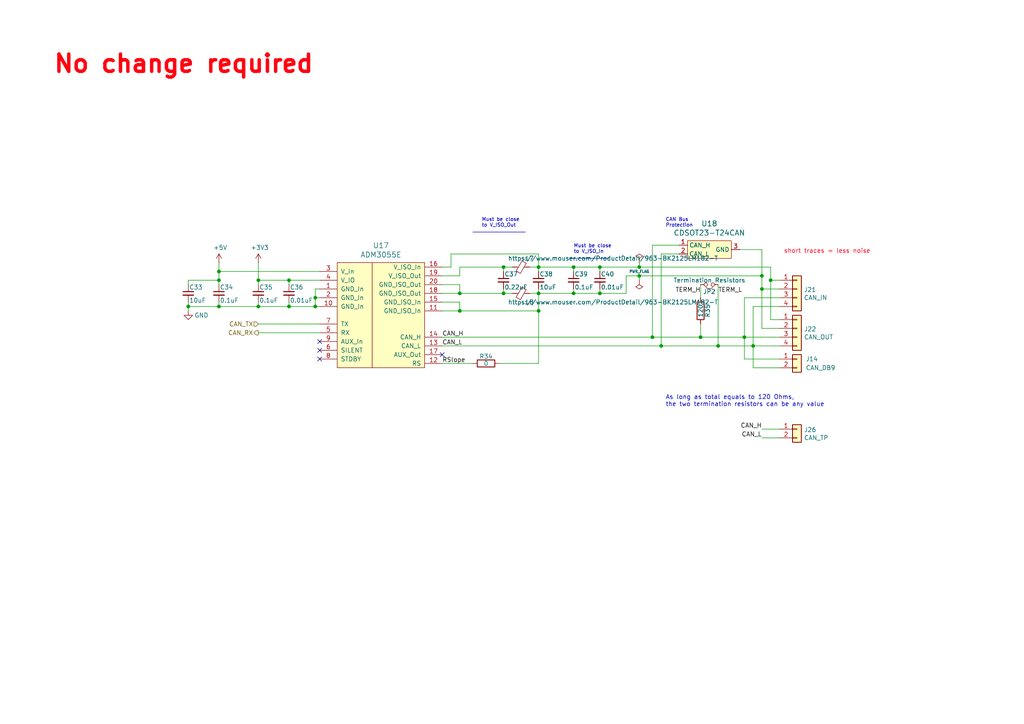
<source format=kicad_sch>
(kicad_sch (version 20231120) (generator "eeschema") (generator_version "8.0")
  (paper "A4")
  (lib_symbols
    (symbol "Connector_Generic:Conn_01x02" (pin_names (offset 1.016) hide)
      (property "Reference" "J" (at 0 2.54 0))
      (property "Value" "Conn_01x02" (at 0 -5.08 0))
      (symbol "Conn_01x02_1_1"
        (rectangle (start -1.27 -2.413) (end 0 -2.667) (stroke (width 0.1524)))
        (rectangle (start -1.27 0.127) (end 0 -0.127) (stroke (width 0.1524)))
        (rectangle (start -1.27 1.27) (end 1.27 -3.81) (stroke (width 0.254)) (fill (type background)))
        (pin passive line (at -5.08 0 0) (length 3.81) (name "Pin_1") (number "1"))
        (pin passive line (at -5.08 -2.54 0) (length 3.81) (name "Pin_2") (number "2"))
      )
    )
    (symbol "Connector_Generic:Conn_01x04" (pin_names (offset 1.016) hide)
      (property "Reference" "J" (at 0 5.08 0))
      (property "Value" "Conn_01x04" (at 0 -7.62 0))
      (symbol "Conn_01x04_1_1"
        (rectangle (start -1.27 -4.953) (end 0 -5.207) (stroke (width 0.1524)))
        (rectangle (start -1.27 -2.413) (end 0 -2.667) (stroke (width 0.1524)))
        (rectangle (start -1.27 0.127) (end 0 -0.127) (stroke (width 0.1524)))
        (rectangle (start -1.27 2.667) (end 0 2.413) (stroke (width 0.1524)))
        (rectangle (start -1.27 3.81) (end 1.27 -6.35) (stroke (width 0.254)) (fill (type background)))
        (pin passive line (at -5.08 2.54 0) (length 3.81) (name "Pin_1") (number "1"))
        (pin passive line (at -5.08 0 0) (length 3.81) (name "Pin_2") (number "2"))
        (pin passive line (at -5.08 -2.54 0) (length 3.81) (name "Pin_3") (number "3"))
        (pin passive line (at -5.08 -5.08 0) (length 3.81) (name "Pin_4") (number "4"))
      )
    )
    (symbol "Dashboard-rescue:ADM3055E-utsvt-chips" (pin_names (offset 1.016))
      (property "Reference" "U" (at 0 16.51 0))
      (property "Value" "ADM3055E-utsvt-chips" (at 5.08 -2.54 0))
      (symbol "ADM3055E-utsvt-chips_0_1"
        (rectangle (start -12.7 15.24) (end 12.7 -15.24) (fill (type background)))
        (polyline (pts (xy -2.54 15.24) (xy -2.54 -15.24)))
      )
      (symbol "ADM3055E-utsvt-chips_1_1"
        (pin power_in line (at -17.78 7.62 0) (length 5.08) (name "GND_In") (number "1"))
        (pin power_in line (at -17.78 2.54 0) (length 5.08) (name "GND_In") (number "10"))
        (pin power_in line (at 17.78 1.27 180) (length 5.08) (name "GND_ISO_In") (number "11"))
        (pin input line (at 17.78 -13.97 180) (length 5.08) (name "RS") (number "12"))
        (pin bidirectional line (at 17.78 -8.89 180) (length 5.08) (name "CAN_L") (number "13"))
        (pin bidirectional line (at 17.78 -6.35 180) (length 5.08) (name "CAN_H") (number "14"))
        (pin power_in line (at 17.78 3.81 180) (length 5.08) (name "GND_ISO_In") (number "15"))
        (pin power_in line (at 17.78 13.97 180) (length 5.08) (name "V_ISO_In") (number "16"))
        (pin output line (at 17.78 -11.43 180) (length 5.08) (name "AUX_Out") (number "17"))
        (pin power_out line (at 17.78 6.35 180) (length 5.08) (name "GND_ISO_Out") (number "18"))
        (pin power_out line (at 17.78 11.43 180) (length 5.08) (name "V_ISO_Out") (number "19"))
        (pin power_in line (at -17.78 5.08 0) (length 5.08) (name "GND_In") (number "2"))
        (pin power_out line (at 17.78 8.89 180) (length 5.08) (name "GND_ISO_Out") (number "20"))
        (pin power_in line (at -17.78 12.7 0) (length 5.08) (name "V_In") (number "3"))
        (pin power_in line (at -17.78 10.16 0) (length 5.08) (name "V_IO") (number "4"))
        (pin output line (at -17.78 -5.08 0) (length 5.08) (name "RX") (number "5"))
        (pin input line (at -17.78 -10.16 0) (length 5.08) (name "SILENT") (number "6"))
        (pin input line (at -17.78 -2.54 0) (length 5.08) (name "TX") (number "7"))
        (pin input line (at -17.78 -12.7 0) (length 5.08) (name "STDBY") (number "8"))
        (pin input line (at -17.78 -7.62 0) (length 5.08) (name "AUX_In") (number "9"))
      )
    )
    (symbol "Dashboard-rescue:CDSOT23-T24CAN-utsvt-chips"
      (property "Reference" "U" (at 0 -3.81 0))
      (property "Value" "CDSOT23-T24CAN-utsvt-chips" (at 0 3.81 0))
      (symbol "CDSOT23-T24CAN-utsvt-chips_0_1"
        (rectangle (start 6.35 2.54) (end -6.35 -2.54) (fill (type background)))
      )
      (symbol "CDSOT23-T24CAN-utsvt-chips_1_1"
        (pin passive line (at -8.89 1.27 0) (length 2.54) (name "CAN_H") (number "1"))
        (pin passive line (at -8.89 -1.27 0) (length 2.54) (name "CAN_L") (number "2"))
        (pin passive line (at 8.89 0 180) (length 2.54) (name "GND") (number "3"))
      )
    )
    (symbol "Device:C_Small" (pin_numbers hide) (pin_names (offset 0.254) hide)
      (property "Reference" "C" (at 0.254 1.778 0))
      (property "Value" "C_Small" (at 0.254 -2.032 0))
      (symbol "C_Small_0_1"
        (polyline (pts (xy -1.524 -0.508) (xy 1.524 -0.508)) (stroke (width 0.3302)))
        (polyline (pts (xy -1.524 0.508) (xy 1.524 0.508)) (stroke (width 0.3048)))
      )
      (symbol "C_Small_1_1"
        (pin passive line (at 0 2.54 270) (length 2.032) (name "~") (number "1"))
        (pin passive line (at 0 -2.54 90) (length 2.032) (name "~") (number "2"))
      )
    )
    (symbol "Device:Ferrite_Bead_Small" (pin_numbers hide) (pin_names (offset 0))
      (property "Reference" "FB" (at 1.905 1.27 0))
      (property "Value" "Device_Ferrite_Bead_Small" (at 1.905 -1.27 0))
      (symbol "Ferrite_Bead_Small_0_1"
        (polyline (pts (xy 0 -1.27) (xy 0 -0.7874)))
        (polyline (pts (xy 0 0.889) (xy 0 1.2954)))
        (polyline (pts (xy -1.8288 0.2794) (xy -1.1176 1.4986) (xy 1.8288 -0.2032) (xy 1.1176 -1.4224) (xy -1.8288 0.2794)))
      )
      (symbol "Ferrite_Bead_Small_1_1"
        (pin passive line (at 0 2.54 270) (length 1.27) (name "~") (number "1"))
        (pin passive line (at 0 -2.54 90) (length 1.27) (name "~") (number "2"))
      )
    )
    (symbol "Device:Jumper_NC_Small" (pin_numbers hide) (pin_names (offset 0.762) hide)
      (property "Reference" "JP" (at 0 2.032 0))
      (property "Value" "Device_Jumper_NC_Small" (at 0.254 -1.524 0))
      (symbol "Jumper_NC_Small_0_1"
        (circle (center -1.016 0) (radius 0.508))
        (circle (center 1.016 0) (radius 0.508))
        (arc (start 1.016 0.762) (mid 0 1.1828) (end -1.016 0.762))
        (pin passive line (at -2.54 0 0) (length 1.016) (name "1") (number "1"))
        (pin passive line (at 2.54 0 180) (length 1.016) (name "2") (number "2"))
      )
    )
    (symbol "Device:R" (pin_numbers hide) (pin_names (offset 0))
      (property "Reference" "R" (at 2.032 0 90))
      (property "Value" "R" (at 0 0 90))
      (symbol "R_0_1"
        (rectangle (start -1.016 -2.54) (end 1.016 2.54) (stroke (width 0.254)))
      )
      (symbol "R_1_1"
        (pin passive line (at 0 3.81 270) (length 1.27) (name "~") (number "1"))
        (pin passive line (at 0 -3.81 90) (length 1.27) (name "~") (number "2"))
      )
    )
    (symbol "power:+3.3V" (power) (pin_numbers hide) (pin_names (offset 0) hide)
      (property "Value" "+3.3V" (at 0 3.556 0))
      (symbol "+3.3V_0_1"
        (polyline (pts (xy -0.762 1.27) (xy 0 2.54)))
        (polyline (pts (xy 0 0) (xy 0 2.54)))
        (polyline (pts (xy 0 2.54) (xy 0.762 1.27)))
      )
      (symbol "+3.3V_1_1"
        (pin power_in line (at 0 0 90) (length 0) (name "~") (number "1"))
      )
    )
    (symbol "power:+5V" (power) (pin_numbers hide) (pin_names (offset 0) hide)
      (property "Value" "+5V" (at 0 3.556 0))
      (symbol "+5V_0_1"
        (polyline (pts (xy -0.762 1.27) (xy 0 2.54)))
        (polyline (pts (xy 0 0) (xy 0 2.54)))
        (polyline (pts (xy 0 2.54) (xy 0.762 1.27)))
      )
      (symbol "+5V_1_1"
        (pin power_in line (at 0 0 90) (length 0) (name "~") (number "1"))
      )
    )
    (symbol "power:GND" (power) (pin_numbers hide) (pin_names (offset 0) hide)
      (property "Value" "GND" (at 0 -3.81 0))
      (symbol "GND_0_1"
        (polyline (pts (xy 0 0) (xy 0 -1.27) (xy 1.27 -1.27) (xy 0 -2.54) (xy -1.27 -1.27) (xy 0 -1.27)))
      )
      (symbol "GND_1_1"
        (pin power_in line (at 0 0 270) (length 0) (name "~") (number "1"))
      )
    )
    (symbol "power:PWR_FLAG" (power) (pin_numbers hide) (pin_names (offset 0) hide)
      (property "Value" "PWR_FLAG" (at 0 3.81 0))
      (symbol "PWR_FLAG_0_0"
        (pin power_out line (at 0 0 90) (length 0) (name "~") (number "1"))
      )
      (symbol "PWR_FLAG_0_1"
        (polyline (pts (xy 0 0) (xy 0 1.27) (xy -1.016 1.905) (xy 0 2.54) (xy 1.016 1.905) (xy 0 1.27)))
      )
    )
  )
  (junction (at 74.93 88.9))
  (junction (at 173.99 77.47))
  (junction (at 189.23 97.79))
  (junction (at 220.98 80.01))
  (junction (at 63.5 78.74))
  (junction (at 208.28 100.33))
  (junction (at 215.9 97.79))
  (junction (at 156.21 77.47))
  (junction (at 203.2 97.79))
  (junction (at 63.5 81.28))
  (junction (at 191.77 100.33))
  (junction (at 185.42 80.01))
  (junction (at 83.82 88.9))
  (junction (at 166.37 85.09))
  (junction (at 74.93 81.28))
  (junction (at 133.35 85.09))
  (junction (at 133.35 90.17))
  (junction (at 156.21 85.09))
  (junction (at 220.98 83.82))
  (junction (at 146.05 77.47))
  (junction (at 166.37 77.47))
  (junction (at 63.5 88.9))
  (junction (at 83.82 81.28))
  (junction (at 185.42 77.47))
  (junction (at 218.44 100.33))
  (junction (at 91.44 86.36))
  (junction (at 146.05 85.09))
  (junction (at 156.21 90.17))
  (junction (at 54.61 88.9))
  (junction (at 173.99 85.09))
  (junction (at 223.52 81.28))
  (junction (at 91.44 88.9))
  (no_connect (at 92.71 101.6))
  (no_connect (at 92.71 99.06))
  (no_connect (at 92.71 104.14))
  (no_connect (at 128.27 102.87))
  (wire (pts (xy 133.35 82.55) (xy 128.27 82.55)))
  (wire (pts (xy 218.44 106.68) (xy 226.06 106.68)))
  (wire (pts (xy 133.35 77.47) (xy 146.05 77.47)))
  (wire (pts (xy 191.77 100.33) (xy 208.28 100.33)))
  (wire (pts (xy 74.93 88.9) (xy 83.82 88.9)))
  (wire (pts (xy 130.81 73.66) (xy 130.81 77.47)))
  (wire (pts (xy 133.35 90.17) (xy 156.21 90.17)))
  (wire (pts (xy 128.27 85.09) (xy 133.35 85.09)))
  (wire (pts (xy 203.2 97.79) (xy 215.9 97.79)))
  (wire (pts (xy 133.35 82.55) (xy 133.35 85.09)))
  (wire (pts (xy 173.99 85.09) (xy 181.61 85.09)))
  (wire (pts (xy 189.23 71.12) (xy 189.23 97.79)))
  (wire (pts (xy 196.85 73.66) (xy 191.77 73.66)))
  (wire (pts (xy 83.82 88.9) (xy 83.82 87.63)))
  (wire (pts (xy 223.52 92.71) (xy 226.06 92.71)))
  (wire (pts (xy 223.52 81.28) (xy 223.52 92.71)))
  (wire (pts (xy 133.35 80.01) (xy 128.27 80.01)))
  (wire (pts (xy 133.35 87.63) (xy 128.27 87.63)))
  (wire (pts (xy 203.2 97.79) (xy 203.2 93.98)))
  (wire (pts (xy 63.5 88.9) (xy 74.93 88.9)))
  (wire (pts (xy 214.63 72.39) (xy 220.98 72.39)))
  (wire (pts (xy 146.05 85.09) (xy 148.59 85.09)))
  (wire (pts (xy 220.98 95.25) (xy 226.06 95.25)))
  (wire (pts (xy 54.61 88.9) (xy 63.5 88.9)))
  (wire (pts (xy 54.61 90.17) (xy 54.61 88.9)))
  (wire (pts (xy 208.28 82.55) (xy 208.28 100.33)))
  (wire (pts (xy 83.82 81.28) (xy 83.82 82.55)))
  (wire (pts (xy 173.99 78.74) (xy 173.99 77.47)))
  (wire (pts (xy 181.61 80.01) (xy 185.42 80.01)))
  (wire (pts (xy 189.23 97.79) (xy 203.2 97.79)))
  (wire (pts (xy 83.82 88.9) (xy 91.44 88.9)))
  (wire (pts (xy 185.42 80.01) (xy 220.98 80.01)))
  (wire (pts (xy 156.21 83.82) (xy 156.21 85.09)))
  (wire (pts (xy 91.44 86.36) (xy 92.71 86.36)))
  (wire (pts (xy 156.21 77.47) (xy 156.21 78.74)))
  (wire (pts (xy 226.06 88.9) (xy 218.44 88.9)))
  (wire (pts (xy 156.21 85.09) (xy 166.37 85.09)))
  (wire (pts (xy 226.06 86.36) (xy 215.9 86.36)))
  (wire (pts (xy 74.93 96.52) (xy 92.71 96.52)))
  (wire (pts (xy 83.82 81.28) (xy 92.71 81.28)))
  (wire (pts (xy 226.06 83.82) (xy 220.98 83.82)))
  (wire (pts (xy 63.5 78.74) (xy 92.71 78.74)))
  (wire (pts (xy 173.99 83.82) (xy 173.99 85.09)))
  (wire (pts (xy 215.9 104.14) (xy 226.06 104.14)))
  (wire (pts (xy 153.67 85.09) (xy 156.21 85.09)))
  (wire (pts (xy 133.35 87.63) (xy 133.35 90.17)))
  (wire (pts (xy 166.37 78.74) (xy 166.37 77.47)))
  (wire (pts (xy 137.16 105.41) (xy 128.27 105.41)))
  (wire (pts (xy 203.2 82.55) (xy 203.2 86.36)))
  (polyline (pts (xy 137.16 67.31) (xy 152.4 67.31)))
  (wire (pts (xy 130.81 77.47) (xy 128.27 77.47)))
  (wire (pts (xy 153.67 77.47) (xy 156.21 77.47)))
  (wire (pts (xy 218.44 100.33) (xy 218.44 106.68)))
  (wire (pts (xy 226.06 81.28) (xy 223.52 81.28)))
  (wire (pts (xy 74.93 93.98) (xy 92.71 93.98)))
  (wire (pts (xy 74.93 76.2) (xy 74.93 81.28)))
  (wire (pts (xy 226.06 127) (xy 220.98 127)))
  (wire (pts (xy 156.21 105.41) (xy 156.21 90.17)))
  (wire (pts (xy 166.37 85.09) (xy 173.99 85.09)))
  (wire (pts (xy 166.37 83.82) (xy 166.37 85.09)))
  (wire (pts (xy 91.44 83.82) (xy 91.44 86.36)))
  (wire (pts (xy 133.35 77.47) (xy 133.35 80.01)))
  (wire (pts (xy 181.61 85.09) (xy 181.61 80.01)))
  (wire (pts (xy 185.42 81.28) (xy 185.42 80.01)))
  (wire (pts (xy 54.61 88.9) (xy 54.61 87.63)))
  (wire (pts (xy 54.61 81.28) (xy 63.5 81.28)))
  (wire (pts (xy 220.98 83.82) (xy 220.98 95.25)))
  (wire (pts (xy 215.9 86.36) (xy 215.9 97.79)))
  (wire (pts (xy 185.42 77.47) (xy 223.52 77.47)))
  (wire (pts (xy 146.05 78.74) (xy 146.05 77.47)))
  (wire (pts (xy 63.5 76.2) (xy 63.5 78.74)))
  (wire (pts (xy 144.78 105.41) (xy 156.21 105.41)))
  (polyline (pts (xy 165.1 74.93) (xy 176.53 74.93)))
  (wire (pts (xy 166.37 77.47) (xy 173.99 77.47)))
  (wire (pts (xy 63.5 78.74) (xy 63.5 81.28)))
  (wire (pts (xy 54.61 81.28) (xy 54.61 82.55)))
  (wire (pts (xy 223.52 77.47) (xy 223.52 81.28)))
  (wire (pts (xy 218.44 100.33) (xy 226.06 100.33)))
  (wire (pts (xy 74.93 87.63) (xy 74.93 88.9)))
  (wire (pts (xy 63.5 81.28) (xy 63.5 82.55)))
  (wire (pts (xy 91.44 86.36) (xy 91.44 88.9)))
  (wire (pts (xy 128.27 97.79) (xy 189.23 97.79)))
  (wire (pts (xy 91.44 88.9) (xy 92.71 88.9)))
  (wire (pts (xy 185.42 77.47) (xy 185.42 76.2)))
  (wire (pts (xy 130.81 73.66) (xy 156.21 73.66)))
  (wire (pts (xy 128.27 90.17) (xy 133.35 90.17)))
  (wire (pts (xy 191.77 73.66) (xy 191.77 100.33)))
  (wire (pts (xy 156.21 77.47) (xy 166.37 77.47)))
  (wire (pts (xy 92.71 83.82) (xy 91.44 83.82)))
  (wire (pts (xy 146.05 77.47) (xy 148.59 77.47)))
  (wire (pts (xy 196.85 71.12) (xy 189.23 71.12)))
  (wire (pts (xy 220.98 72.39) (xy 220.98 80.01)))
  (wire (pts (xy 215.9 97.79) (xy 215.9 104.14)))
  (wire (pts (xy 173.99 77.47) (xy 185.42 77.47)))
  (wire (pts (xy 74.93 82.55) (xy 74.93 81.28)))
  (wire (pts (xy 133.35 85.09) (xy 146.05 85.09)))
  (wire (pts (xy 218.44 88.9) (xy 218.44 100.33)))
  (wire (pts (xy 220.98 80.01) (xy 220.98 83.82)))
  (wire (pts (xy 74.93 81.28) (xy 83.82 81.28)))
  (wire (pts (xy 156.21 73.66) (xy 156.21 77.47)))
  (wire (pts (xy 215.9 97.79) (xy 226.06 97.79)))
  (wire (pts (xy 63.5 87.63) (xy 63.5 88.9)))
  (wire (pts (xy 156.21 85.09) (xy 156.21 90.17)))
  (wire (pts (xy 146.05 85.09) (xy 146.05 83.82)))
  (wire (pts (xy 128.27 100.33) (xy 191.77 100.33)))
  (wire (pts (xy 226.06 124.46) (xy 220.98 124.46)))
  (wire (pts (xy 208.28 100.33) (xy 218.44 100.33)))
  (text "short traces = less noise" (at 227.33 73.66 0) (effects (font (size 1.27 1.27)) (justify left bottom)))
  (text "CAN Bus\nProtection" (at 193.04 66.04 0) (effects (font (size 1.016 1.016)) (justify left bottom)))
  (text "As long as total equals to 120 Ohms,\nthe two termination resistors can be any value" (at 193.04 118.11 0) (effects (font (size 1.27 1.27)) (justify left bottom)))
  (text "Must be close\nto V_ISO_Out" (at 139.7 66.04 0) (effects (font (size 1.016 1.016)) (justify left bottom)))
  (text "Must be close\nto V_ISO_In" (at 166.37 73.66 0) (effects (font (size 1.016 1.016)) (justify left bottom)))
  (text "No change required\n" (at 15.24 21.59 0) (effects (font (size 5 5) (thickness 1) (bold yes)) (justify left bottom)))
  (label "TERM_L" (at 208.28 85.09 0))
  (label "CAN_H" (at 128.27 97.79 0))
  (label "CAN_L" (at 128.27 100.33 0))
  (label "TERM_H" (at 203.2 85.09 180))
  (label "CAN_L" (at 220.98 127 180))
  (label "RSlope" (at 128.27 105.41 0))
  (label "CAN_H" (at 220.98 124.46 180))
  (hierarchical_label "CAN_TX" (shape input) (at 74.93 93.98 180))
  (hierarchical_label "CAN_RX" (shape output) (at 74.93 96.52 180))
  (symbol (lib_id "power:GND") (at 54.61 90.17 0) (unit 1)
    (property "Reference" "#PWR098" (effects (hide yes)))
    (property "Value" "GND" (at 58.42 91.44 0))
    (property "Description" "Power symbol creates a global label with name \"GND\" , ground" (effects (hide yes)))
  )
  (symbol (lib_id "Device:R") (at 203.2 90.17 0) (unit 1)
    (property "Reference" "R35" (at 205.232 90.17 90))
    (property "Value" "120" (at 203.2 90.17 90))
    (property "Footprint" "Resistor_SMD:R_0805_2012Metric" (effects (hide yes)))
    (property "Datasheet" "https://www.mouser.com/ProductDetail/71-CRCW0805120RFKEA" (effects (hide yes)))
    (property "Description" "Resistor" (effects (hide yes)))
    (property "Mouser Part Number" "CRCW0805120RFKEA" (effects (hide yes)))
  )
  (symbol (lib_id "Device:Jumper_NC_Small") (at 205.74 82.55 180) (unit 1)
    (property "Reference" "JP2" (at 205.74 84.582 0))
    (property "Value" "Termination Resistors" (at 205.74 81.28 0))
    (property "Footprint" "Connector_PinHeader_2.54mm:PinHeader_1x02_P2.54mm_Vertical" (effects (hide yes)))
  )
  (symbol (lib_id "Device:C_Small") (at 54.61 85.09 0) (unit 1)
    (property "Reference" "C33" (at 54.864 83.312 0) (effects (justify left)))
    (property "Value" "10uF" (at 54.864 87.122 0) (effects (justify left)))
    (property "Footprint" "Capacitor_SMD:C_0805_2012Metric" (effects (hide yes)))
    (property "Datasheet" "https://www.mouser.com/ProductDetail/TAIYO-YUDEN/TMK212BBJ106MGHT?qs=sGAEpiMZZMsh%252B1woXyUXj6Ion9DcW8uk%2FCsbgn7gICc%3D" (effects (hide yes)))
    (property "Description" "Unpolarized capacitor, small symbol" (effects (hide yes)))
    (property "Mouser Part Number" "963-TMK212BBJ106MGHT" (effects (hide yes)))
  )
  (symbol (lib_id "Device:C_Small") (at 63.5 85.09 0) (unit 1)
    (property "Reference" "C34" (at 63.754 83.312 0) (effects (justify left)))
    (property "Value" "0.1uF" (at 63.754 87.122 0) (effects (justify left)))
    (property "Footprint" "Capacitor_SMD:C_0805_2012Metric" (effects (hide yes)))
    (property "Datasheet" "https://www.mouser.com/ProductDetail/KEMET/C0805C104M5RACTU?qs=VOOUd%252Bza08qHu13WgNByHQ%3D%3D" (effects (hide yes)))
    (property "Description" "Unpolarized capacitor, small symbol" (effects (hide yes)))
    (property "Mouser Part Number" "80-C0805C104M5R" (effects (hide yes)))
  )
  (symbol (lib_id "Device:C_Small") (at 74.93 85.09 0) (unit 1)
    (property "Reference" "C35" (at 75.184 83.312 0) (effects (justify left)))
    (property "Value" "0.1uF" (at 75.184 87.122 0) (effects (justify left)))
    (property "Footprint" "Capacitor_SMD:C_0805_2012Metric" (effects (hide yes)))
    (property "Datasheet" "https://www.mouser.com/ProductDetail/KEMET/C0805C104M5RACTU?qs=VOOUd%252Bza08qHu13WgNByHQ%3D%3D" (effects (hide yes)))
    (property "Description" "Unpolarized capacitor, small symbol" (effects (hide yes)))
    (property "Mouser Part Number" "80-C0805C104M5R" (effects (hide yes)))
  )
  (symbol (lib_id "Device:C_Small") (at 83.82 85.09 0) (unit 1)
    (property "Reference" "C36" (at 84.074 83.312 0) (effects (justify left)))
    (property "Value" "0.01uF" (at 84.074 87.122 0) (effects (justify left)))
    (property "Footprint" "Capacitor_SMD:C_0805_2012Metric" (effects (hide yes)))
    (property "Datasheet" "https://www.mouser.com/ProductDetail/KEMET/C0805C103J5RACTU?qs=Onq5MIl0ZjiJ615hCkQQ7A%3D%3D" (effects (hide yes)))
    (property "Description" "Unpolarized capacitor, small symbol" (effects (hide yes)))
    (property "Mouser Part Number" "C0805C103J5RACTU" (effects (hide yes)))
  )
  (symbol (lib_id "Device:C_Small") (at 156.21 81.28 0) (unit 1)
    (property "Reference" "C38" (at 156.464 79.502 0) (effects (justify left)))
    (property "Value" "10uF" (at 156.464 83.312 0) (effects (justify left)))
    (property "Footprint" "Capacitor_SMD:C_0805_2012Metric" (effects (hide yes)))
    (property "Datasheet" "https://www.mouser.com/ProductDetail/TAIYO-YUDEN/TMK212BBJ106MGHT?qs=sGAEpiMZZMsh%252B1woXyUXj6Ion9DcW8uk%2FCsbgn7gICc%3D" (effects (hide yes)))
    (property "Description" "Unpolarized capacitor, small symbol" (effects (hide yes)))
    (property "Mouser Part Number" "963-TMK212BBJ106MGHT" (effects (hide yes)))
  )
  (symbol (lib_id "Device:C_Small") (at 146.05 81.28 0) (unit 1)
    (property "Reference" "C37" (at 146.304 79.502 0) (effects (justify left)))
    (property "Value" "0.22uF" (at 146.304 83.312 0) (effects (justify left)))
    (property "Footprint" "Capacitor_SMD:C_0805_2012Metric" (effects (hide yes)))
    (property "Datasheet" "https://www.mouser.com/ProductDetail/KEMET/C0805C224J1RECTU?qs=55YtniHzbhA8coEmCgZh4A%3D%3D&srsltid=AfmBOope8E98p1TAxytK4MEkGo55JjU107N1pzX-xa8_vzbWYaq6BWq_" (effects (hide yes)))
    (property "Description" "Unpolarized capacitor, small symbol" (effects (hide yes)))
    (property "Mouser Part Number" "80-C0805C224J1RECTU" (effects (hide yes)))
  )
  (symbol (lib_id "Device:Ferrite_Bead_Small") (at 151.13 77.47 270) (unit 1)
    (property "Reference" "L7" (at 152.4 74.93 90) (effects (justify left)))
    (property "Value" "https://www.mouser.com/ProductDetail/963-BK2125LM182-T" (at 147.32 74.93 90) (effects (justify left)))
    (property "Footprint" "Inductor_SMD:L_0805_2012Metric" (effects (hide yes)))
    (property "Datasheet" "https://www.mouser.com/ProductDetail/TAIYO-YUDEN/BK2125LM182-T?qs=I6KAKw0tg2wTd%252Bj343lu1Q%3D%3D&srsltid=AfmBOorkhsm8Uk29brVkfBS5oJy8t8TPSw1gIhtEERu0OY8r33ydtYfJ" (effects (hide yes)))
    (property "Mouser Part Number" "BKH1005LM182-T " (effects (hide yes)))
  )
  (symbol (lib_id "Device:Ferrite_Bead_Small") (at 151.13 85.09 270) (unit 1)
    (property "Reference" "L8" (at 152.4 87.63 90) (effects (justify left)))
    (property "Value" "https://www.mouser.com/ProductDetail/963-BK2125LM182-T" (at 147.32 87.63 90) (effects (justify left)))
    (property "Footprint" "Inductor_SMD:L_0805_2012Metric" (effects (hide yes)))
    (property "Datasheet" "https://www.mouser.com/ProductDetail/TAIYO-YUDEN/BK2125LM182-T?qs=I6KAKw0tg2wTd%252Bj343lu1Q%3D%3D&srsltid=AfmBOorkhsm8Uk29brVkfBS5oJy8t8TPSw1gIhtEERu0OY8r33ydtYfJ" (effects (hide yes)))
    (property "Mouser Part Number" "BKH1005LM182-T " (effects (hide yes)))
  )
  (symbol (lib_id "Device:C_Small") (at 166.37 81.28 0) (unit 1)
    (property "Reference" "C39" (at 166.624 79.502 0) (effects (justify left)))
    (property "Value" "0.1uF" (at 166.624 83.312 0) (effects (justify left)))
    (property "Footprint" "Capacitor_SMD:C_0805_2012Metric" (effects (hide yes)))
    (property "Datasheet" "https://www.mouser.com/ProductDetail/KEMET/C0805C104M5RACTU?qs=VOOUd%252Bza08qHu13WgNByHQ%3D%3D" (effects (hide yes)))
    (property "Description" "Unpolarized capacitor, small symbol" (effects (hide yes)))
    (property "Mouser Part Number" "80-C0805C104M5R" (effects (hide yes)))
  )
  (symbol (lib_id "Device:C_Small") (at 173.99 81.28 0) (unit 1)
    (property "Reference" "C40" (at 174.244 79.502 0) (effects (justify left)))
    (property "Value" "0.01uF" (at 174.244 83.312 0) (effects (justify left)))
    (property "Footprint" "Capacitor_SMD:C_0805_2012Metric" (effects (hide yes)))
    (property "Datasheet" "https://www.mouser.com/ProductDetail/KEMET/C0805C103J5RACTU?qs=Onq5MIl0ZjiJ615hCkQQ7A%3D%3D" (effects (hide yes)))
    (property "Description" "Unpolarized capacitor, small symbol" (effects (hide yes)))
    (property "Mouser Part Number" "C0805C103J5RACTU" (effects (hide yes)))
  )
  (symbol (lib_id "power:PWR_FLAG") (at 185.42 76.2 0) (unit 1)
    (property "Reference" "#FLG07" (effects (hide yes)))
    (property "Value" "PWR_FLAG" (at 185.42 78.74 0) (effects (font (size 0.762 0.762))))
    (property "Description" "Special symbol for telling ERC where power comes from" (effects (hide yes)))
  )
  (symbol (lib_id "power:PWR_FLAG") (at 185.42 81.28 180) (unit 1)
    (property "Reference" "#FLG08" (effects (hide yes)))
    (property "Value" "PWR_FLAG" (effects (hide yes)))
    (property "Description" "Special symbol for telling ERC where power comes from" (effects (hide yes)))
  )
  (symbol (lib_id "Device:R") (at 140.97 105.41 90) (unit 1)
    (property "Reference" "R34" (at 140.97 103.378 90))
    (property "Value" "0" (at 140.97 105.41 90))
    (property "Footprint" "Resistor_SMD:R_0805_2012Metric" (effects (hide yes)))
    (property "Datasheet" "https://www.mouser.in/ProductDetail/Vishay-Dale/CRCW08050000Z0EAC?qs=E3Y5ESvWgWMnvHb9ZvShmA%3D%3D" (effects (hide yes)))
    (property "Description" "Resistor" (effects (hide yes)))
    (property "Mouser Part Number" "71-CRCW08050000Z0EAC " (effects (hide yes)))
  )
  (symbol (lib_id "power:+3.3V") (at 74.93 76.2 0) (unit 1)
    (property "Reference" "#PWR0100" (effects (hide yes)))
    (property "Value" "+3V3" (at 75.311 71.8058 0))
    (property "Description" "Power symbol creates a global label with name \"+3.3V\"" (effects (hide yes)))
  )
  (symbol (lib_id "power:+5V") (at 63.5 76.2 0) (unit 1)
    (property "Reference" "#PWR099" (effects (hide yes)))
    (property "Value" "+5V" (at 63.881 71.8058 0))
    (property "Description" "Power symbol creates a global label with name \"+5V\"" (effects (hide yes)))
  )
  (symbol (lib_id "Connector_Generic:Conn_01x04") (at 231.14 83.82 0) (unit 1)
    (property "Reference" "J21" (at 233.1466 84.0232 0) (effects (justify left)))
    (property "Value" "CAN_IN" (at 233.1466 86.3346 0) (effects (justify left)))
    (property "Footprint" "UTSVT_Connectors:Molex_MicroFit3.0_1x4xP3.00mm_PolarizingPeg_Vertical" (effects (hide yes)))
    (property "Description" "Generic connector, single row, 01x04, script generated (kicad-library-utils/schlib/autogen/connector/)" (effects (hide yes)))
  )
  (symbol (lib_id "Connector_Generic:Conn_01x04") (at 231.14 95.25 0) (unit 1)
    (property "Reference" "J22" (at 233.172 95.4532 0) (effects (justify left)))
    (property "Value" "CAN_OUT" (at 233.172 97.7646 0) (effects (justify left)))
    (property "Footprint" "UTSVT_Connectors:Molex_MicroFit3.0_1x4xP3.00mm_PolarizingPeg_Vertical" (effects (hide yes)))
    (property "Description" "Generic connector, single row, 01x04, script generated (kicad-library-utils/schlib/autogen/connector/)" (effects (hide yes)))
  )
  (symbol (lib_id "Dashboard-rescue:ADM3055E-utsvt-chips") (at 110.49 91.44 0) (unit 1)
    (property "Reference" "U17" (at 110.49 71.1962 0) (effects (font (size 1.524 1.524))))
    (property "Value" "ADM3055E" (at 110.49 73.8886 0) (effects (font (size 1.524 1.524))))
    (property "Footprint" "UTSVT_ICs:SOIC-20W_7.5x15.4mm_Pitch1.27mm" (effects (hide yes)))
    (property "P/N" "ADM3055E" (effects (hide yes)))
  )
  (symbol (lib_id "Dashboard-rescue:CDSOT23-T24CAN-utsvt-chips") (at 205.74 72.39 0) (unit 1)
    (property "Reference" "U18" (at 205.74 64.8462 0) (effects (font (size 1.524 1.524))))
    (property "Value" "CDSOT23-T24CAN" (at 205.74 67.5386 0) (effects (font (size 1.524 1.524))))
    (property "Footprint" "Package_TO_SOT_SMD:SOT-23W" (effects (hide yes)))
    (property "Mouser Part Number" "652-CDSOT23-T24CAN " (effects (hide yes)))
  )
  (symbol (lib_id "Connector_Generic:Conn_01x02") (at 231.14 124.46 0) (unit 1)
    (property "Reference" "J26" (at 233.172 124.6632 0) (effects (justify left)))
    (property "Value" "CAN_TP" (at 233.172 126.9746 0) (effects (justify left)))
    (property "Footprint" "Connector_PinHeader_2.54mm:PinHeader_1x02_P2.54mm_Vertical" (effects (hide yes)))
    (property "Description" "Generic connector, single row, 01x02, script generated (kicad-library-utils/schlib/autogen/connector/)" (effects (hide yes)))
  )
  (symbol (lib_id "Connector_Generic:Conn_01x02") (at 231.14 104.14 0) (unit 1)
    (property "Reference" "J14" (at 233.68 104.1399 0) (effects (justify left)))
    (property "Value" "CAN_DB9" (at 233.68 106.6799 0) (effects (justify left)))
    (property "Footprint" "Connector_Molex:Molex_Micro-Fit_3.0_43650-0215_1x02_P3.00mm_Vertical" (effects (hide yes)))
    (property "Description" "Generic connector, single row, 01x02, script generated (kicad-library-utils/schlib/autogen/connector/)" (effects (hide yes)))
  )
)
</source>
